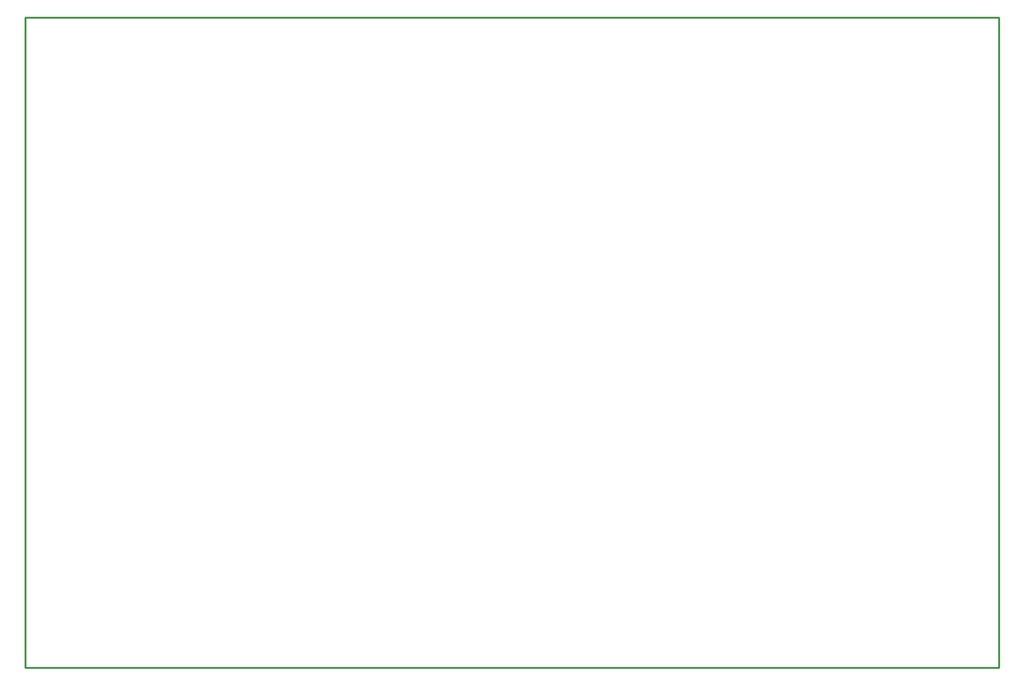
<source format=gbr>
G04 EAGLE Gerber RS-274X export*
G75*
%MOMM*%
%FSLAX34Y34*%
%LPD*%
%IN*%
%IPPOS*%
%AMOC8*
5,1,8,0,0,1.08239X$1,22.5*%
G01*
%ADD10C,0.254000*%


D10*
X0Y0D02*
X1276150Y0D01*
X1276150Y853950D01*
X0Y853950D01*
X0Y0D01*
M02*

</source>
